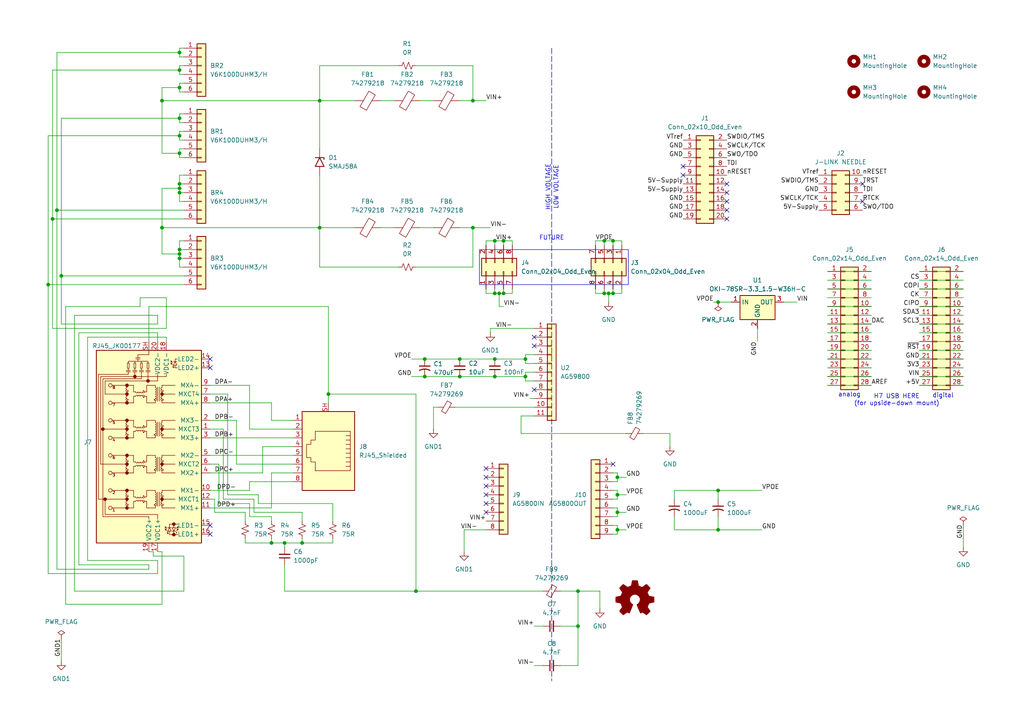
<source format=kicad_sch>
(kicad_sch (version 20250114) (generator "eeschema") (generator_version "9.0")
  (paper "A4")
  (rectangle (start 139.065 72.39) (end 182.245 82.55))
  (text "FUTURE" (at 160.02 69.088 0) (effects (font (size 1.27 1.27))))
  (text "LOW VOLTAGE" (at 161.29 54.356 90) (effects (font (size 1.27 1.27))))
  (text "H7 USB HERE\n(for upside-down mount)" (at 260.096 116.078 0) (effects (font (size 1.27 1.27))))
  (text "digital" (at 273.558 114.808 0) (effects (font (size 1.27 1.27))))
  (text "HIGH VOLTAGE" (at 159.004 54.356 90) (effects (font (size 1.27 1.27))))
  (text "analog" (at 246.38 114.554 0) (effects (font (size 1.27 1.27))))
  (junction (at 52.07 39.37))
  (junction (at 52.07 55.88))
  (junction (at 52.07 15.24))
  (junction (at 52.07 20.32))
  (junction (at 176.53 85.09))
  (junction (at 179.07 148.59))
  (junction (at 152.4 109.22))
  (junction (at 175.26 85.09))
  (junction (at 177.8 85.09))
  (junction (at 52.07 34.29))
  (junction (at 143.51 85.09))
  (junction (at 167.64 181.61))
  (junction (at 152.4 104.14))
  (junction (at 52.07 54.61))
  (junction (at 143.51 109.22))
  (junction (at 123.19 104.14))
  (junction (at 78.74 157.48))
  (junction (at 52.07 74.93))
  (junction (at 95.25 114.3))
  (junction (at 143.51 69.85))
  (junction (at 87.63 157.48))
  (junction (at 120.65 171.45))
  (junction (at 144.78 85.09))
  (junction (at 208.28 142.24))
  (junction (at 167.64 171.45))
  (junction (at 92.71 29.21))
  (junction (at 46.99 29.21))
  (junction (at 133.35 109.22))
  (junction (at 137.16 29.21))
  (junction (at 208.28 153.67))
  (junction (at 13.97 82.55))
  (junction (at 52.07 73.66))
  (junction (at 52.07 25.4))
  (junction (at 179.07 153.67))
  (junction (at 16.51 60.96))
  (junction (at 137.16 66.04))
  (junction (at 123.19 109.22))
  (junction (at 143.51 104.14))
  (junction (at 82.55 157.48))
  (junction (at 46.99 66.04))
  (junction (at 92.71 66.04))
  (junction (at 52.07 72.39))
  (junction (at 179.07 138.43))
  (junction (at 52.07 53.34))
  (junction (at 17.78 80.01))
  (junction (at 175.26 69.85))
  (junction (at 146.05 85.09))
  (junction (at 179.07 143.51))
  (junction (at 133.35 104.14))
  (junction (at 52.07 44.45))
  (junction (at 177.8 69.85))
  (junction (at 208.28 87.63))
  (junction (at 15.24 63.5))
  (junction (at 146.05 69.85))
  (no_connect (at 60.96 104.14))
  (no_connect (at 140.97 148.59))
  (no_connect (at 140.97 140.97))
  (no_connect (at 60.96 106.68))
  (no_connect (at 154.94 113.03))
  (no_connect (at 60.96 152.4))
  (no_connect (at 210.82 55.88))
  (no_connect (at 210.82 53.34))
  (no_connect (at 198.12 50.8))
  (no_connect (at 154.94 100.33))
  (no_connect (at 250.19 58.42))
  (no_connect (at 60.96 154.94))
  (no_connect (at 140.97 143.51))
  (no_connect (at 140.97 135.89))
  (no_connect (at 154.94 97.79))
  (no_connect (at 140.97 146.05))
  (no_connect (at 210.82 58.42))
  (no_connect (at 177.8 134.62))
  (no_connect (at 250.19 53.34))
  (no_connect (at 140.97 138.43))
  (no_connect (at 210.82 63.5))
  (no_connect (at 210.82 60.96))
  (no_connect (at 198.12 48.26))
  (wire (pts (xy 144.78 85.09) (xy 146.05 85.09)))
  (wire (pts (xy 53.34 171.45) (xy 53.34 161.29)))
  (wire (pts (xy 73.66 148.59) (xy 87.63 148.59)))
  (wire (pts (xy 146.05 83.82) (xy 146.05 85.09)))
  (wire (pts (xy 78.74 157.48) (xy 71.12 157.48)))
  (wire (pts (xy 76.2 129.54) (xy 85.09 129.54)))
  (wire (pts (xy 177.8 147.32) (xy 179.07 147.32)))
  (wire (pts (xy 266.7 99.06) (xy 279.4 99.06)))
  (wire (pts (xy 53.34 43.18) (xy 52.07 43.18)))
  (wire (pts (xy 133.35 104.14) (xy 143.51 104.14)))
  (wire (pts (xy 52.07 55.88) (xy 53.34 55.88)))
  (wire (pts (xy 22.86 163.83) (xy 22.86 96.52)))
  (wire (pts (xy 179.07 148.59) (xy 179.07 149.86)))
  (wire (pts (xy 144.78 85.09) (xy 144.78 88.9)))
  (wire (pts (xy 68.58 121.92) (xy 68.58 134.62)))
  (wire (pts (xy 92.71 19.05) (xy 92.71 29.21)))
  (wire (pts (xy 266.7 78.74) (xy 279.4 78.74)))
  (wire (pts (xy 52.07 34.29) (xy 52.07 35.56)))
  (wire (pts (xy 52.07 39.37) (xy 13.97 39.37)))
  (wire (pts (xy 60.96 132.08) (xy 85.09 132.08)))
  (wire (pts (xy 15.24 20.32) (xy 52.07 20.32)))
  (wire (pts (xy 179.07 152.4) (xy 179.07 153.67)))
  (wire (pts (xy 240.03 83.82) (xy 252.73 83.82)))
  (wire (pts (xy 240.03 101.6) (xy 252.73 101.6)))
  (wire (pts (xy 179.07 138.43) (xy 181.61 138.43)))
  (wire (pts (xy 279.4 152.4) (xy 279.4 158.75)))
  (wire (pts (xy 137.16 29.21) (xy 140.97 29.21)))
  (wire (pts (xy 143.51 69.85) (xy 143.51 71.12)))
  (wire (pts (xy 52.07 44.45) (xy 52.07 45.72)))
  (wire (pts (xy 53.34 13.97) (xy 52.07 13.97)))
  (wire (pts (xy 53.34 33.02) (xy 52.07 33.02)))
  (wire (pts (xy 179.07 153.67) (xy 179.07 154.94)))
  (wire (pts (xy 266.7 101.6) (xy 279.4 101.6)))
  (wire (pts (xy 180.34 85.09) (xy 180.34 83.82)))
  (wire (pts (xy 110.49 66.04) (xy 114.3 66.04)))
  (wire (pts (xy 154.94 107.95) (xy 152.4 107.95)))
  (wire (pts (xy 21.59 171.45) (xy 53.34 171.45)))
  (wire (pts (xy 87.63 157.48) (xy 96.52 157.48)))
  (wire (pts (xy 78.74 147.32) (xy 78.74 137.16)))
  (wire (pts (xy 25.4 97.79) (xy 48.26 97.79)))
  (wire (pts (xy 127 118.11) (xy 125.73 118.11)))
  (wire (pts (xy 52.07 38.1) (xy 52.07 39.37)))
  (wire (pts (xy 180.34 69.85) (xy 177.8 69.85)))
  (wire (pts (xy 40.64 86.36) (xy 48.26 86.36)))
  (wire (pts (xy 15.24 63.5) (xy 53.34 63.5)))
  (wire (pts (xy 142.24 95.25) (xy 142.24 96.52)))
  (wire (pts (xy 208.28 144.78) (xy 208.28 142.24)))
  (wire (pts (xy 48.26 97.79) (xy 48.26 99.06)))
  (wire (pts (xy 266.7 83.82) (xy 279.4 83.82)))
  (wire (pts (xy 43.18 165.1) (xy 16.51 165.1)))
  (wire (pts (xy 87.63 156.21) (xy 87.63 157.48)))
  (wire (pts (xy 53.34 50.8) (xy 52.07 50.8)))
  (wire (pts (xy 52.07 55.88) (xy 52.07 58.42)))
  (wire (pts (xy 195.58 149.86) (xy 195.58 153.67)))
  (wire (pts (xy 52.07 50.8) (xy 52.07 53.34)))
  (wire (pts (xy 151.13 120.65) (xy 154.94 120.65)))
  (wire (pts (xy 45.72 93.98) (xy 17.78 93.98)))
  (wire (pts (xy 120.65 77.47) (xy 137.16 77.47)))
  (wire (pts (xy 52.07 20.32) (xy 52.07 21.59)))
  (wire (pts (xy 92.71 50.8) (xy 92.71 66.04)))
  (wire (pts (xy 167.64 181.61) (xy 167.64 171.45)))
  (wire (pts (xy 46.99 44.45) (xy 46.99 29.21)))
  (wire (pts (xy 146.05 85.09) (xy 148.59 85.09)))
  (wire (pts (xy 44.45 160.02) (xy 44.45 161.29)))
  (wire (pts (xy 195.58 153.67) (xy 208.28 153.67)))
  (wire (pts (xy 53.34 38.1) (xy 52.07 38.1)))
  (wire (pts (xy 66.04 114.3) (xy 60.96 114.3)))
  (wire (pts (xy 132.08 118.11) (xy 154.94 118.11)))
  (wire (pts (xy 266.7 109.22) (xy 279.4 109.22)))
  (wire (pts (xy 140.97 83.82) (xy 140.97 85.09)))
  (wire (pts (xy 45.72 93.98) (xy 45.72 91.44)))
  (wire (pts (xy 60.96 121.92) (xy 68.58 121.92)))
  (wire (pts (xy 177.8 85.09) (xy 180.34 85.09)))
  (wire (pts (xy 45.72 91.44) (xy 21.59 91.44)))
  (wire (pts (xy 16.51 60.96) (xy 53.34 60.96)))
  (wire (pts (xy 60.96 124.46) (xy 64.77 124.46)))
  (wire (pts (xy 43.18 165.1) (xy 43.18 163.83)))
  (wire (pts (xy 45.72 96.52) (xy 45.72 99.06)))
  (wire (pts (xy 119.38 109.22) (xy 123.19 109.22)))
  (wire (pts (xy 186.69 125.73) (xy 194.31 125.73)))
  (wire (pts (xy 52.07 40.64) (xy 53.34 40.64)))
  (wire (pts (xy 46.99 25.4) (xy 46.99 29.21)))
  (wire (pts (xy 177.8 69.85) (xy 175.26 69.85)))
  (wire (pts (xy 177.8 152.4) (xy 179.07 152.4)))
  (wire (pts (xy 179.07 143.51) (xy 181.61 143.51)))
  (wire (pts (xy 13.97 39.37) (xy 13.97 82.55)))
  (wire (pts (xy 52.07 19.05) (xy 52.07 20.32)))
  (wire (pts (xy 177.8 139.7) (xy 179.07 139.7)))
  (wire (pts (xy 227.33 87.63) (xy 231.14 87.63)))
  (wire (pts (xy 123.19 109.22) (xy 133.35 109.22)))
  (wire (pts (xy 208.28 87.63) (xy 212.09 87.63)))
  (wire (pts (xy 45.72 166.37) (xy 45.72 162.56)))
  (wire (pts (xy 179.07 153.67) (xy 181.61 153.67)))
  (polyline (pts (xy 160.02 13.97) (xy 160.02 197.485)) (stroke (width 0) (type dash)))
  (wire (pts (xy 16.51 165.1) (xy 16.51 60.96)))
  (wire (pts (xy 140.97 153.67) (xy 134.62 153.67)))
  (wire (pts (xy 63.5 134.62) (xy 60.96 134.62)))
  (wire (pts (xy 240.03 78.74) (xy 252.73 78.74)))
  (wire (pts (xy 13.97 82.55) (xy 53.34 82.55)))
  (wire (pts (xy 266.7 91.44) (xy 279.4 91.44)))
  (wire (pts (xy 143.51 85.09) (xy 144.78 85.09)))
  (wire (pts (xy 180.34 71.12) (xy 180.34 69.85)))
  (wire (pts (xy 179.07 138.43) (xy 179.07 139.7)))
  (wire (pts (xy 143.51 104.14) (xy 152.4 104.14)))
  (wire (pts (xy 52.07 43.18) (xy 52.07 44.45)))
  (wire (pts (xy 152.4 110.49) (xy 154.94 110.49)))
  (wire (pts (xy 175.26 85.09) (xy 175.26 83.82)))
  (wire (pts (xy 177.8 154.94) (xy 179.07 154.94)))
  (wire (pts (xy 208.28 149.86) (xy 208.28 153.67)))
  (wire (pts (xy 17.78 93.98) (xy 17.78 80.01)))
  (wire (pts (xy 240.03 99.06) (xy 252.73 99.06)))
  (wire (pts (xy 43.18 160.02) (xy 44.45 160.02)))
  (wire (pts (xy 148.59 71.12) (xy 148.59 69.85)))
  (wire (pts (xy 240.03 96.52) (xy 252.73 96.52)))
  (wire (pts (xy 52.07 24.13) (xy 52.07 25.4)))
  (wire (pts (xy 52.07 21.59) (xy 53.34 21.59)))
  (wire (pts (xy 78.74 149.86) (xy 72.39 149.86)))
  (wire (pts (xy 266.7 106.68) (xy 279.4 106.68)))
  (wire (pts (xy 52.07 74.93) (xy 52.07 77.47)))
  (wire (pts (xy 177.8 144.78) (xy 179.07 144.78)))
  (wire (pts (xy 146.05 69.85) (xy 143.51 69.85)))
  (wire (pts (xy 72.39 139.7) (xy 72.39 142.24)))
  (wire (pts (xy 46.99 29.21) (xy 92.71 29.21)))
  (wire (pts (xy 73.66 144.78) (xy 73.66 148.59)))
  (wire (pts (xy 46.99 73.66) (xy 46.99 66.04)))
  (wire (pts (xy 121.92 66.04) (xy 125.73 66.04)))
  (wire (pts (xy 63.5 146.05) (xy 63.5 134.62)))
  (wire (pts (xy 120.65 19.05) (xy 137.16 19.05)))
  (wire (pts (xy 176.53 85.09) (xy 176.53 87.63)))
  (wire (pts (xy 162.56 171.45) (xy 167.64 171.45)))
  (wire (pts (xy 140.97 69.85) (xy 140.97 71.12)))
  (wire (pts (xy 72.39 111.76) (xy 60.96 111.76)))
  (wire (pts (xy 52.07 44.45) (xy 46.99 44.45)))
  (wire (pts (xy 152.4 109.22) (xy 152.4 110.49)))
  (wire (pts (xy 46.99 54.61) (xy 52.07 54.61)))
  (wire (pts (xy 240.03 88.9) (xy 252.73 88.9)))
  (wire (pts (xy 137.16 66.04) (xy 142.24 66.04)))
  (wire (pts (xy 179.07 137.16) (xy 179.07 138.43)))
  (wire (pts (xy 240.03 111.76) (xy 252.73 111.76)))
  (wire (pts (xy 115.57 77.47) (xy 92.71 77.47)))
  (wire (pts (xy 133.35 109.22) (xy 143.51 109.22)))
  (wire (pts (xy 82.55 157.48) (xy 87.63 157.48)))
  (wire (pts (xy 62.23 148.59) (xy 62.23 144.78)))
  (wire (pts (xy 22.86 96.52) (xy 45.72 96.52)))
  (wire (pts (xy 266.7 88.9) (xy 279.4 88.9)))
  (wire (pts (xy 137.16 19.05) (xy 137.16 29.21)))
  (wire (pts (xy 137.16 77.47) (xy 137.16 66.04)))
  (wire (pts (xy 152.4 105.41) (xy 154.94 105.41)))
  (wire (pts (xy 179.07 148.59) (xy 181.61 148.59)))
  (wire (pts (xy 96.52 146.05) (xy 74.93 146.05)))
  (wire (pts (xy 52.07 72.39) (xy 53.34 72.39)))
  (wire (pts (xy 21.59 91.44) (xy 21.59 171.45)))
  (wire (pts (xy 52.07 45.72) (xy 53.34 45.72)))
  (wire (pts (xy 120.65 171.45) (xy 120.65 114.3)))
  (wire (pts (xy 52.07 33.02) (xy 52.07 34.29)))
  (wire (pts (xy 133.35 66.04) (xy 137.16 66.04)))
  (wire (pts (xy 120.65 114.3) (xy 95.25 114.3)))
  (wire (pts (xy 162.56 181.61) (xy 167.64 181.61)))
  (wire (pts (xy 25.4 162.56) (xy 25.4 97.79)))
  (wire (pts (xy 52.07 13.97) (xy 52.07 15.24)))
  (wire (pts (xy 19.05 175.26) (xy 19.05 88.9)))
  (wire (pts (xy 179.07 142.24) (xy 179.07 143.51)))
  (wire (pts (xy 177.8 149.86) (xy 179.07 149.86)))
  (wire (pts (xy 16.51 15.24) (xy 52.07 15.24)))
  (wire (pts (xy 177.8 85.09) (xy 177.8 83.82)))
  (wire (pts (xy 177.8 137.16) (xy 179.07 137.16)))
  (wire (pts (xy 52.07 74.93) (xy 53.34 74.93)))
  (wire (pts (xy 40.64 88.9) (xy 40.64 86.36)))
  (wire (pts (xy 53.34 19.05) (xy 52.07 19.05)))
  (wire (pts (xy 15.24 95.25) (xy 15.24 63.5)))
  (wire (pts (xy 46.99 73.66) (xy 52.07 73.66)))
  (wire (pts (xy 60.96 137.16) (xy 76.2 137.16)))
  (wire (pts (xy 17.78 80.01) (xy 53.34 80.01)))
  (wire (pts (xy 142.24 95.25) (xy 154.94 95.25)))
  (wire (pts (xy 44.45 161.29) (xy 53.34 161.29)))
  (wire (pts (xy 143.51 69.85) (xy 140.97 69.85)))
  (wire (pts (xy 92.71 29.21) (xy 102.87 29.21)))
  (wire (pts (xy 52.07 58.42) (xy 53.34 58.42)))
  (wire (pts (xy 208.28 153.67) (xy 220.98 153.67)))
  (wire (pts (xy 52.07 53.34) (xy 53.34 53.34)))
  (wire (pts (xy 195.58 142.24) (xy 195.58 144.78)))
  (wire (pts (xy 240.03 81.28) (xy 252.73 81.28)))
  (wire (pts (xy 144.78 88.9) (xy 146.05 88.9)))
  (wire (pts (xy 154.94 193.04) (xy 157.48 193.04)))
  (wire (pts (xy 82.55 171.45) (xy 82.55 163.83)))
  (wire (pts (xy 17.78 80.01) (xy 17.78 34.29)))
  (wire (pts (xy 46.99 175.26) (xy 46.99 160.02)))
  (wire (pts (xy 62.23 144.78) (xy 60.96 144.78)))
  (wire (pts (xy 52.07 25.4) (xy 46.99 25.4)))
  (wire (pts (xy 52.07 35.56) (xy 53.34 35.56)))
  (wire (pts (xy 74.93 146.05) (xy 74.93 143.51)))
  (wire (pts (xy 53.34 24.13) (xy 52.07 24.13)))
  (wire (pts (xy 53.34 69.85) (xy 52.07 69.85)))
  (wire (pts (xy 175.26 69.85) (xy 172.72 69.85)))
  (wire (pts (xy 16.51 60.96) (xy 16.51 15.24)))
  (wire (pts (xy 140.97 85.09) (xy 143.51 85.09)))
  (wire (pts (xy 13.97 82.55) (xy 13.97 166.37)))
  (wire (pts (xy 266.7 81.28) (xy 279.4 81.28)))
  (wire (pts (xy 60.96 147.32) (xy 78.74 147.32)))
  (wire (pts (xy 240.03 109.22) (xy 252.73 109.22)))
  (wire (pts (xy 52.07 77.47) (xy 53.34 77.47)))
  (wire (pts (xy 162.56 193.04) (xy 167.64 193.04)))
  (wire (pts (xy 85.09 124.46) (xy 72.39 124.46)))
  (wire (pts (xy 15.24 63.5) (xy 15.24 20.32)))
  (wire (pts (xy 95.25 88.9) (xy 95.25 114.3)))
  (wire (pts (xy 78.74 151.13) (xy 78.74 149.86)))
  (wire (pts (xy 46.99 160.02) (xy 45.72 160.02)))
  (wire (pts (xy 52.07 39.37) (xy 52.07 40.64)))
  (wire (pts (xy 240.03 93.98) (xy 252.73 93.98)))
  (wire (pts (xy 52.07 54.61) (xy 52.07 55.88)))
  (wire (pts (xy 195.58 142.24) (xy 208.28 142.24)))
  (wire (pts (xy 177.8 69.85) (xy 177.8 71.12)))
  (wire (pts (xy 219.71 95.25) (xy 219.71 99.06)))
  (wire (pts (xy 43.18 88.9) (xy 95.25 88.9)))
  (wire (pts (xy 96.52 151.13) (xy 96.52 146.05)))
  (wire (pts (xy 123.19 104.14) (xy 133.35 104.14)))
  (wire (pts (xy 60.96 142.24) (xy 72.39 142.24)))
  (wire (pts (xy 207.01 87.63) (xy 208.28 87.63)))
  (wire (pts (xy 154.94 102.87) (xy 152.4 102.87)))
  (wire (pts (xy 96.52 157.48) (xy 96.52 156.21)))
  (wire (pts (xy 19.05 88.9) (xy 40.64 88.9)))
  (wire (pts (xy 87.63 148.59) (xy 87.63 151.13)))
  (wire (pts (xy 175.26 69.85) (xy 175.26 71.12)))
  (wire (pts (xy 52.07 69.85) (xy 52.07 72.39)))
  (wire (pts (xy 240.03 91.44) (xy 252.73 91.44)))
  (wire (pts (xy 148.59 69.85) (xy 146.05 69.85)))
  (wire (pts (xy 48.26 86.36) (xy 48.26 95.25)))
  (wire (pts (xy 66.04 143.51) (xy 66.04 114.3)))
  (wire (pts (xy 134.62 153.67) (xy 134.62 160.02)))
  (wire (pts (xy 92.71 29.21) (xy 92.71 43.18)))
  (wire (pts (xy 172.72 83.82) (xy 172.72 85.09)))
  (wire (pts (xy 82.55 158.75) (xy 82.55 157.48)))
  (wire (pts (xy 46.99 54.61) (xy 46.99 66.04)))
  (wire (pts (xy 176.53 85.09) (xy 177.8 85.09)))
  (wire (pts (xy 240.03 104.14) (xy 252.73 104.14)))
  (wire (pts (xy 74.93 143.51) (xy 66.04 143.51)))
  (wire (pts (xy 154.94 181.61) (xy 157.48 181.61)))
  (wire (pts (xy 78.74 121.92) (xy 85.09 121.92)))
  (wire (pts (xy 133.35 29.21) (xy 137.16 29.21)))
  (wire (pts (xy 78.74 157.48) (xy 78.74 156.21)))
  (wire (pts (xy 143.51 109.22) (xy 152.4 109.22)))
  (wire (pts (xy 208.28 142.24) (xy 220.98 142.24)))
  (wire (pts (xy 115.57 19.05) (xy 92.71 19.05)))
  (wire (pts (xy 45.72 166.37) (xy 13.97 166.37)))
  (wire (pts (xy 143.51 83.82) (xy 143.51 85.09)))
  (wire (pts (xy 179.07 143.51) (xy 179.07 144.78)))
  (wire (pts (xy 172.72 69.85) (xy 172.72 71.12)))
  (wire (pts (xy 82.55 157.48) (xy 78.74 157.48)))
  (wire (pts (xy 152.4 104.14) (xy 152.4 105.41)))
  (wire (pts (xy 45.72 162.56) (xy 25.4 162.56)))
  (wire (pts (xy 194.31 125.73) (xy 194.31 129.54)))
  (wire (pts (xy 266.7 96.52) (xy 279.4 96.52)))
  (wire (pts (xy 72.39 124.46) (xy 72.39 111.76)))
  (wire (pts (xy 181.61 125.73) (xy 151.13 125.73)))
  (wire (pts (xy 95.25 114.3) (xy 95.25 116.84)))
  (wire (pts (xy 266.7 86.36) (xy 279.4 86.36)))
  (wire (pts (xy 71.12 157.48) (xy 71.12 156.21)))
  (wire (pts (xy 125.73 118.11) (xy 125.73 124.46)))
  (wire (pts (xy 152.4 102.87) (xy 152.4 104.14)))
  (wire (pts (xy 152.4 107.95) (xy 152.4 109.22)))
  (wire (pts (xy 52.07 26.67) (xy 53.34 26.67)))
  (wire (pts (xy 43.18 99.06) (xy 43.18 88.9)))
  (wire (pts (xy 60.96 116.84) (xy 78.74 116.84)))
  (wire (pts (xy 46.99 66.04) (xy 92.71 66.04)))
  (wire (pts (xy 110.49 29.21) (xy 114.3 29.21)))
  (wire (pts (xy 240.03 106.68) (xy 252.73 106.68)))
  (wire (pts (xy 60.96 127) (xy 85.09 127)))
  (wire (pts (xy 120.65 171.45) (xy 82.55 171.45)))
  (wire (pts (xy 179.07 147.32) (xy 179.07 148.59)))
  (wire (pts (xy 71.12 151.13) (xy 71.12 148.59)))
  (wire (pts (xy 72.39 149.86) (xy 72.39 146.05)))
  (wire (pts (xy 52.07 72.39) (xy 52.07 73.66)))
  (wire (pts (xy 167.64 171.45) (xy 173.99 171.45)))
  (wire (pts (xy 64.77 124.46) (xy 64.77 144.78)))
  (wire (pts (xy 78.74 116.84) (xy 78.74 121.92)))
  (wire (pts (xy 78.74 137.16) (xy 85.09 137.16)))
  (wire (pts (xy 266.7 111.76) (xy 279.4 111.76)))
  (wire (pts (xy 72.39 146.05) (xy 63.5 146.05)))
  (wire (pts (xy 17.78 34.29) (xy 52.07 34.29)))
  (wire (pts (xy 52.07 53.34) (xy 52.07 54.61)))
  (wire (pts (xy 71.12 148.59) (xy 62.23 148.59)))
  (wire (pts (xy 52.07 73.66) (xy 52.07 74.93)))
  (wire (pts (xy 68.58 134.62) (xy 85.09 134.62)))
  (wire (pts (xy 175.26 85.09) (xy 176.53 85.09)))
  (wire (pts (xy 85.09 139.7) (xy 72.39 139.7)))
  (wire (pts (xy 17.78 185.42) (xy 17.78 191.77)))
  (wire (pts (xy 19.05 175.26) (xy 46.99 175.26)))
  (wire (pts (xy 177.8 142.24) (xy 179.07 142.24)))
  (wire (pts (xy 92.71 66.04) (xy 102.87 66.04)))
  (wire (pts (xy 151.13 125.73) (xy 151.13 120.65)))
  (wire (pts (xy 119.38 104.14) (xy 123.19 104.14)))
  (wire (pts (xy 146.05 69.85) (xy 146.05 71.12)))
  (wire (pts (xy 266.7 93.98) (xy 279.4 93.98)))
  (wire (pts (xy 167.64 193.04) (xy 167.64 181.61)))
  (wire (pts (xy 157.48 171.45) (xy 120.65 171.45)))
  (wire (pts (xy 266.7 104.14) (xy 279.4 104.14)))
  (wire (pts (xy 240.03 86.36) (xy 252.73 86.36)))
  (wire (pts (xy 92.71 77.47) (xy 92.71 66.04)))
  (wire (pts (xy 121.92 29.21) (xy 125.73 29.21)))
  (wire (pts (xy 173.99 176.53) (xy 173.99 171.45)))
  (wire (pts (xy 64.77 144.78) (xy 73.66 144.78)))
  (wire (pts (xy 48.26 95.25) (xy 15.24 95.25)))
  (wire (pts (xy 52.07 15.24) (xy 52.07 16.51)))
  (wire (pts (xy 52.07 25.4) (xy 52.07 26.67)))
  (wire (pts (xy 148.59 83.82) (xy 148.59 85.09)))
  (wire (pts (xy 43.18 163.83) (xy 22.86 163.83)))
  (wire (pts (xy 76.2 137.16) (xy 76.2 129.54)))
  (wire (pts (xy 154.94 115.57) (xy 153.67 115.57)))
  (wire (pts (xy 52.07 16.51) (xy 53.34 16.51)))
  (wire (pts (xy 172.72 85.09) (xy 175.26 85.09)))
  (label "VIN+" (at 140.97 29.21 0))
  (label "VIN-" (at 138.43 153.67 180))
  (label "VTref" (at 237.49 50.8 180))
  (label "TDI" (at 210.82 48.26 0))
  (label "VIN+" (at 153.67 115.57 180))
  (label "SWDIO{slash}TMS" (at 237.49 53.34 180))
  (label "GND" (at 219.71 99.06 270))
  (label "DPB+" (at 62.23 127 0))
  (label "VPOE" (at 172.72 69.85 0))
  (label "GND" (at 181.61 148.59 0))
  (label "3V3" (at 266.7 106.68 180))
  (label "CS" (at 266.7 81.28 180))
  (label "SWCLK{slash}TCK" (at 210.82 43.18 0))
  (label "TRST" (at 250.19 53.34 0))
  (label "SWO{slash}TDO" (at 250.19 60.96 0))
  (label "GND1" (at 17.78 190.5 90))
  (label "AREF" (at 252.73 111.76 0))
  (label "SCL3" (at 266.7 93.98 180))
  (label "DAC" (at 252.73 93.98 0))
  (label "VIN" (at 266.7 109.22 180))
  (label "VTref" (at 198.12 40.64 180))
  (label "5V-Supply" (at 198.12 53.34 180))
  (label "nRESET" (at 250.19 50.8 0))
  (label "VPOE" (at 181.61 153.67 0))
  (label "CIPO" (at 266.7 88.9 180))
  (label "VIN+" (at 148.59 69.85 180))
  (label "GND" (at 279.4 156.21 90))
  (label "GND" (at 198.12 43.18 180))
  (label "GND" (at 198.12 45.72 180))
  (label "+5V" (at 266.7 111.76 180))
  (label "GND" (at 198.12 60.96 180))
  (label "GND" (at 181.61 138.43 0))
  (label "DPA+" (at 62.23 116.84 0))
  (label "GND" (at 198.12 63.5 180))
  (label "VIN+" (at 140.97 151.13 180))
  (label "VIN-" (at 146.05 88.9 0))
  (label "TDI" (at 250.19 55.88 0))
  (label "DPD-" (at 62.865 142.24 0))
  (label "GND" (at 119.38 109.22 180))
  (label "nRESET" (at 210.82 50.8 0))
  (label "DPA-" (at 62.23 111.76 0))
  (label "DPD+" (at 62.865 147.32 0))
  (label "GND" (at 266.7 104.14 180))
  (label "VIN" (at 231.14 87.63 0))
  (label "5V-Supply" (at 198.12 55.88 180))
  (label "DPC+" (at 62.23 137.16 0))
  (label "GND" (at 220.98 153.67 0))
  (label "VPOE" (at 119.38 104.14 180))
  (label "SWCLK{slash}TCK" (at 237.49 58.42 180))
  (label "GND" (at 237.49 55.88 180))
  (label "VPOE" (at 220.98 142.24 0))
  (label "VIN+" (at 154.94 181.61 180))
  (label "VPOE" (at 181.61 143.51 0))
  (label "VPOE" (at 207.01 87.63 180))
  (label "GND" (at 198.12 58.42 180))
  (label "VIN-" (at 154.94 193.04 180))
  (label "VIN-" (at 142.24 66.04 0))
  (label "VIN-" (at 148.59 95.25 180))
  (label "SWO{slash}TDO" (at 210.82 45.72 0))
  (label "CK" (at 266.7 86.36 180))
  (label "5V-Supply" (at 237.49 60.96 180))
  (label "SWDIO{slash}TMS" (at 210.82 40.64 0))
  (label "DPB-" (at 62.23 121.92 0))
  (label "DPC-" (at 62.23 132.08 0))
  (label "~{RST}" (at 266.7 101.6 180))
  (label "RTCK" (at 250.19 58.42 0))
  (label "SDA3" (at 266.7 91.44 180))
  (label "COPI" (at 266.7 83.82 180))
  (symbol (lib_id "power:GND") (at 194.31 129.54 0) (unit 1)
    (property "Reference" "#PWR04" (effects (hide yes)))
    (property "Value" "GND" (at 194.31 134.62 0))
    (property "Description" "Power symbol creates a global label with name \"GND\" , ground" (effects (hide yes)))
  )
  (symbol (lib_id "Device:FerriteBead") (at 106.68 29.21 90) (unit 1)
    (property "Reference" "FB1" (at 106.6292 21.59 90))
    (property "Value" "74279218" (at 106.6292 24.13 90))
    (property "Footprint" "Inductor_SMD:L_1206_3216Metric_Pad1.22x1.90mm_HandSolder" (effects (hide yes)))
    (property "Description" "Ferrite bead" (effects (hide yes)))
  )
  (symbol (lib_id "Mechanical:MountingHole") (at 267.97 17.78 0) (unit 1) (in_bom no)
    (property "Reference" "MH2" (at 270.51 16.5099 0) (effects (justify left)))
    (property "Value" "MountingHole" (at 270.51 19.0499 0) (effects (justify left)))
    (property "Footprint" "MountingHole:MountingHole_2.7mm_M2.5_ISO14580" (effects (hide yes)))
    (property "Description" "Mounting Hole without connection" (effects (hide yes)))
  )
  (symbol (lib_id "Connector_Generic:Conn_01x06") (at 58.42 38.1 0) (unit 1)
    (property "Reference" "BR1" (at 60.96 38.0999 0) (effects (justify left)))
    (property "Value" "V6K100DUHM3/H" (at 60.96 40.6399 0) (effects (justify left)))
    (property "Footprint" "Package_SO:PowerPAK_SO-8_Dual" (effects (hide yes)))
    (property "Description" "Generic connector, single row, 01x06, script generated (kicad-library-utils/schlib/autogen/connector/)" (effects (hide yes)))
  )
  (symbol (lib_id "Device:C_Small") (at 133.35 106.68 180) (unit 1)
    (property "Reference" "C2" (at 135.89 105.4035 0) (effects (justify right)))
    (property "Value" "10uF" (at 135.89 107.9435 0) (effects (justify right)))
    (property "Footprint" "Capacitor_SMD:C_1206_3216Metric_Pad1.33x1.80mm_HandSolder" (effects (hide yes)))
    (property "Description" "Unpolarized capacitor, small symbol" (effects (hide yes)))
  )
  (symbol (lib_id "Connector_Generic:Conn_01x06") (at 58.42 55.88 0) (unit 1)
    (property "Reference" "BR4" (at 60.96 55.8799 0) (effects (justify left)))
    (property "Value" "V6K100DUHM3/H" (at 60.96 58.4199 0) (effects (justify left)))
    (property "Footprint" "Package_SO:PowerPAK_SO-8_Dual" (effects (hide yes)))
    (property "Description" "Generic connector, single row, 01x06, script generated (kicad-library-utils/schlib/autogen/connector/)" (effects (hide yes)))
  )
  (symbol (lib_id "Mechanical:MountingHole") (at 267.97 26.67 0) (unit 1) (in_bom no)
    (property "Reference" "MH4" (at 270.51 25.3999 0) (effects (justify left)))
    (property "Value" "MountingHole" (at 270.51 27.9399 0) (effects (justify left)))
    (property "Footprint" "MountingHole:MountingHole_2.7mm_M2.5_ISO14580" (effects (hide yes)))
    (property "Description" "Mounting Hole without connection" (effects (hide yes)))
  )
  (symbol (lib_id "power:PWR_FLAG") (at 279.4 152.4 0) (unit 1)
    (property "Reference" "#FLG02" (effects (hide yes)))
    (property "Value" "PWR_FLAG" (at 279.4 147.32 0))
    (property "Description" "Special symbol for telling ERC where power comes from" (effects (hide yes)))
  )
  (symbol (lib_id "Connector_Generic:Conn_02x14_Odd_Even") (at 271.78 93.98 0) (unit 1)
    (property "Reference" "J6" (at 273.05 72.39 0))
    (property "Value" "Conn_02x14_Odd_Even" (at 273.05 74.93 0))
    (property "Footprint" "Connector_PinSocket_2.54mm:PinSocket_2x14_P2.54mm_Vertical" (effects (hide yes)))
    (property "Description" "Generic connector, double row, 02x14, odd/even pin numbering scheme (row 1 odd numbers, row 2 even numbers), script generated (kicad-library-utils/schlib/autogen/connector/)" (effects (hide yes)))
  )
  (symbol (lib_id "power:GND") (at 173.99 176.53 0) (unit 1)
    (property "Reference" "#PWR07" (effects (hide yes)))
    (property "Value" "GND" (at 173.99 181.61 0))
    (property "Description" "Power symbol creates a global label with name \"GND\" , ground" (effects (hide yes)))
  )
  (symbol (lib_id "power:PWR_FLAG") (at 208.28 87.63 180) (unit 1)
    (property "Reference" "#FLG01" (effects (hide yes)))
    (property "Value" "PWR_FLAG" (at 208.28 92.71 0))
    (property "Description" "Special symbol for telling ERC where power comes from" (effects (hide yes)))
  )
  (symbol (lib_id "power:GND1") (at 17.78 191.77 0) (unit 1)
    (property "Reference" "#PWR08" (effects (hide yes)))
    (property "Value" "GND1" (at 17.78 196.85 0))
    (property "Description" "Power symbol creates a global label with name \"GND1\" , ground" (effects (hide yes)))
  )
  (symbol (lib_id "Connector_Generic:Conn_01x06") (at 58.42 19.05 0) (unit 1)
    (property "Reference" "BR2" (at 60.96 19.0499 0) (effects (justify left)))
    (property "Value" "V6K100DUHM3/H" (at 60.96 21.5899 0) (effects (justify left)))
    (property "Footprint" "Package_SO:PowerPAK_SO-8_Dual" (effects (hide yes)))
    (property "Description" "Generic connector, single row, 01x06, script generated (kicad-library-utils/schlib/autogen/connector/)" (effects (hide yes)))
  )
  (symbol (lib_id "Graphic:Logo_Open_Hardware_Small") (at 184.15 173.99 0) (unit 1) (in_bom no)
    (property "Reference" "SYM1" (effects (hide yes)))
    (property "Value" "Logo_Open_Hardware_Small" (effects (hide yes)))
    (property "Footprint" "custom:site_small" (effects (hide yes)))
    (property "Description" "Open Hardware logo, small" (effects (hide yes)))
    (property "Sim.Enable" "0" (effects (hide yes)))
  )
  (symbol (lib_id "Converter_DCDC:OKI-78SR-3.3_1.5-W36H-C") (at 219.71 87.63 0) (unit 1)
    (property "Reference" "U1" (at 219.71 81.28 0))
    (property "Value" "OKI-78SR-3.3_1.5-W36H-C" (at 219.71 83.82 0))
    (property "Footprint" "Converter_DCDC:Converter_DCDC_Murata_OKI-78SR_Horizontal" (effects (hide yes)))
    (property "Datasheet" "https://power.murata.com/data/power/oki-78sr.pdf" (effects (hide yes)))
    (property "Description" "1.5A Step-Down DC/DC-Regulator, 7-36V input, 3.3V fixed Output Voltage, LM78xx replacement, -40°C to +85°C, OKI-78SR_Horizontal" (effects (hide yes)))
  )
  (symbol (lib_id "Connector_Generic:Conn_02x05_Counter_Clockwise") (at 242.57 55.88 0) (unit 1)
    (property "Reference" "J2" (at 243.84 44.45 0))
    (property "Value" "J-LINK NEEDLE" (at 243.84 46.99 0))
    (property "Footprint" "Connector:Tag-Connect_TC2050-IDC-FP_2x05_P1.27mm_Vertical" (effects (hide yes)))
    (property "Description" "Generic connector, double row, 02x05, counter clockwise pin numbering scheme (similar to DIP package numbering), script generated (kicad-library-utils/schlib/autogen/connector/)" (effects (hide yes)))
  )
  (symbol (lib_id "Device:FerriteBead") (at 129.54 29.21 90) (unit 1)
    (property "Reference" "FB3" (at 129.4892 21.59 90))
    (property "Value" "74279218" (at 129.4892 24.13 90))
    (property "Footprint" "Inductor_SMD:L_1206_3216Metric_Pad1.22x1.90mm_HandSolder" (effects (hide yes)))
    (property "Description" "Ferrite bead" (effects (hide yes)))
  )
  (symbol (lib_id "Device:C_Small_US") (at 195.58 147.32 0) (mirror y) (unit 1)
    (property "Reference" "C4" (at 198.12 146.1769 0) (effects (justify right)))
    (property "Value" "1000uF" (at 198.12 148.7169 0) (effects (justify right)))
    (property "Footprint" "Capacitor_THT:CP_Radial_D10.0mm_P5.00mm" (effects (hide yes)))
    (property "Description" "capacitor, small US symbol" (effects (hide yes)))
  )
  (symbol (lib_id "Connector_Generic:Conn_01x08") (at 146.05 143.51 0) (unit 1)
    (property "Reference" "J9" (at 148.59 143.5099 0) (effects (justify left)))
    (property "Value" "AG5800IN" (at 148.59 146.0499 0) (effects (justify left)))
    (property "Footprint" "Connector_PinSocket_2.54mm:PinSocket_1x08_P2.54mm_Vertical" (effects (hide yes)))
    (property "Description" "Generic connector, single row, 01x08, script generated (kicad-library-utils/schlib/autogen/connector/)" (effects (hide yes)))
  )
  (symbol (lib_id "Device:C_Small") (at 143.51 106.68 180) (unit 1)
    (property "Reference" "C3" (at 146.05 105.4035 0) (effects (justify right)))
    (property "Value" "100nF" (at 146.05 107.9435 0) (effects (justify right)))
    (property "Footprint" "Capacitor_SMD:C_1206_3216Metric_Pad1.33x1.80mm_HandSolder" (effects (hide yes)))
    (property "Description" "Unpolarized capacitor, small symbol" (effects (hide yes)))
  )
  (symbol (lib_id "power:GND1") (at 134.62 160.02 0) (unit 1)
    (property "Reference" "#PWR06" (effects (hide yes)))
    (property "Value" "GND1" (at 134.62 165.1 0))
    (property "Description" "Power symbol creates a global label with name \"GND1\" , ground" (effects (hide yes)))
  )
  (symbol (lib_id "Device:C_Small_US") (at 123.19 106.68 0) (mirror y) (unit 1)
    (property "Reference" "C1" (at 125.73 105.5369 0) (effects (justify right)))
    (property "Value" "470uF" (at 125.73 108.0769 0) (effects (justify right)))
    (property "Footprint" "Capacitor_THT:CP_Radial_D10.0mm_P5.00mm" (effects (hide yes)))
    (property "Description" "capacitor, small US symbol" (effects (hide yes)))
  )
  (symbol (lib_id "Device:R_Small_US") (at 71.12 153.67 0) (unit 1)
    (property "Reference" "R3" (at 73.66 152.3999 0) (effects (justify left)))
    (property "Value" "75R" (at 73.66 154.9399 0) (effects (justify left)))
    (property "Footprint" "Resistor_SMD:R_1206_3216Metric_Pad1.30x1.75mm_HandSolder" (effects (hide yes)))
    (property "Description" "Resistor, small US symbol" (effects (hide yes)))
  )
  (symbol (lib_id "Device:C_Small") (at 160.02 193.04 90) (unit 1)
    (property "Reference" "C8" (at 160.0263 186.69 90))
    (property "Value" "4.7nF" (at 160.0263 189.23 90))
    (property "Footprint" "Capacitor_SMD:C_1206_3216Metric_Pad1.33x1.80mm_HandSolder" (effects (hide yes)))
    (property "Description" "Unpolarized capacitor, small symbol" (effects (hide yes)))
  )
  (symbol (lib_id "Diode:SMAJ58A") (at 92.71 46.99 270) (unit 1)
    (property "Reference" "D1" (at 95.25 45.7199 90) (effects (justify left)))
    (property "Value" "SMAJ58A" (at 95.25 48.2599 90) (effects (justify left)))
    (property "Footprint" "Diode_SMD:D_SMA" (effects (hide yes)))
    (property "Datasheet" "https://www.littelfuse.com/media?resourcetype=datasheets&itemid=75e32973-b177-4ee3-a0ff-cedaf1abdb93&filename=smaj-datasheet" (effects (hide yes)))
    (property "Description" "400W unidirectional Transient Voltage Suppressor, 58.0Vr, SMA(DO-214AC)" (effects (hide yes)))
  )
  (symbol (lib_id "Device:C_Small_US") (at 208.28 147.32 0) (mirror y) (unit 1)
    (property "Reference" "C5" (at 210.82 146.1769 0) (effects (justify right)))
    (property "Value" "1000uF" (at 210.82 148.7169 0) (effects (justify right)))
    (property "Footprint" "Capacitor_THT:CP_Radial_D10.0mm_P5.00mm" (effects (hide yes)))
    (property "Description" "capacitor, small US symbol" (effects (hide yes)))
  )
  (symbol (lib_id "power:GND") (at 279.4 158.75 0) (unit 1)
    (property "Reference" "#PWR05" (effects (hide yes)))
    (property "Value" "GND" (at 279.4 163.83 0))
    (property "Description" "Power symbol creates a global label with name \"GND\" , ground" (effects (hide yes)))
  )
  (symbol (lib_id "Device:FerriteBead") (at 129.54 66.04 90) (unit 1)
    (property "Reference" "FB6" (at 129.4892 58.42 90))
    (property "Value" "74279218" (at 129.4892 60.96 90))
    (property "Footprint" "Inductor_SMD:L_1206_3216Metric_Pad1.22x1.90mm_HandSolder" (effects (hide yes)))
    (property "Description" "Ferrite bead" (effects (hide yes)))
  )
  (symbol (lib_id "power:GND") (at 176.53 87.63 0) (unit 1)
    (property "Reference" "#PWR01" (effects (hide yes)))
    (property "Value" "GND" (at 176.53 92.71 0))
    (property "Description" "Power symbol creates a global label with name \"GND\" , ground" (effects (hide yes)))
  )
  (symbol (lib_id "Mechanical:MountingHole") (at 247.65 26.67 0) (unit 1) (in_bom no)
    (property "Reference" "MH3" (at 250.19 25.3999 0) (effects (justify left)))
    (property "Value" "MountingHole" (at 250.19 27.9399 0) (effects (justify left)))
    (property "Footprint" "MountingHole:MountingHole_2.7mm_M2.5_ISO14580" (effects (hide yes)))
    (property "Description" "Mounting Hole without connection" (effects (hide yes)))
  )
  (symbol (lib_id "Connector_Generic:Conn_02x14_Odd_Even") (at 245.11 93.98 0) (unit 1)
    (property "Reference" "J5" (at 246.38 72.39 0))
    (property "Value" "Conn_02x14_Odd_Even" (at 246.38 74.93 0))
    (property "Footprint" "Connector_PinSocket_2.54mm:PinSocket_2x14_P2.54mm_Vertical" (effects (hide yes)))
    (property "Description" "Generic connector, double row, 02x14, odd/even pin numbering scheme (row 1 odd numbers, row 2 even numbers), script generated (kicad-library-utils/schlib/autogen/connector/)" (effects (hide yes)))
  )
  (symbol (lib_id "Device:R_Small_US") (at 78.74 153.67 0) (unit 1)
    (property "Reference" "R4" (at 81.28 152.3999 0) (effects (justify left)))
    (property "Value" "75R" (at 81.28 154.9399 0) (effects (justify left)))
    (property "Footprint" "Resistor_SMD:R_1206_3216Metric_Pad1.30x1.75mm_HandSolder" (effects (hide yes)))
    (property "Description" "Resistor, small US symbol" (effects (hide yes)))
  )
  (symbol (lib_id "Connector_Generic:Conn_02x10_Odd_Even") (at 203.2 50.8 0) (unit 1)
    (property "Reference" "J1" (at 204.47 34.29 0))
    (property "Value" "Conn_02x10_Odd_Even" (at 204.47 36.83 0))
    (property "Footprint" "Connector_PinHeader_1.27mm:PinHeader_2x10_P1.27mm_Vertical_SMD" (effects (hide yes)))
    (property "Description" "Generic connector, double row, 02x10, odd/even pin numbering scheme (row 1 odd numbers, row 2 even numbers), script generated (kicad-library-utils/schlib/autogen/connector/)" (effects (hide yes)))
  )
  (symbol (lib_id "Device:FerriteBead") (at 106.68 66.04 90) (unit 1)
    (property "Reference" "FB4" (at 106.6292 58.42 90))
    (property "Value" "74279218" (at 106.6292 60.96 90))
    (property "Footprint" "Inductor_SMD:L_1206_3216Metric_Pad1.22x1.90mm_HandSolder" (effects (hide yes)))
    (property "Description" "Ferrite bead" (effects (hide yes)))
  )
  (symbol (lib_id "Device:R_Small_US") (at 118.11 77.47 90) (unit 1)
    (property "Reference" "R2" (at 118.11 71.12 90))
    (property "Value" "0R" (at 118.11 73.66 90))
    (property "Footprint" "Resistor_SMD:R_1206_3216Metric_Pad1.30x1.75mm_HandSolder" (effects (hide yes)))
    (property "Description" "Resistor, small US symbol" (effects (hide yes)))
  )
  (symbol (lib_id "Device:R_Small_US") (at 96.52 153.67 0) (unit 1)
    (property "Reference" "R6" (at 99.06 152.3999 0) (effects (justify left)))
    (property "Value" "75R" (at 99.06 154.9399 0) (effects (justify left)))
    (property "Footprint" "Resistor_SMD:R_1206_3216Metric_Pad1.30x1.75mm_HandSolder" (effects (hide yes)))
    (property "Description" "Resistor, small US symbol" (effects (hide yes)))
  )
  (symbol (lib_id "Device:C_Small") (at 82.55 161.29 180) (unit 1)
    (property "Reference" "C6" (at 85.09 160.0135 0) (effects (justify right)))
    (property "Value" "1000pF" (at 85.09 162.5535 0) (effects (justify right)))
    (property "Footprint" "Capacitor_SMD:C_1206_3216Metric_Pad1.33x1.80mm_HandSolder" (effects (hide yes)))
    (property "Description" "Unpolarized capacitor, small symbol" (effects (hide yes)))
  )
  (symbol (lib_id "power:PWR_FLAG") (at 17.78 185.42 0) (unit 1)
    (property "Reference" "#FLG03" (effects (hide yes)))
    (property "Value" "PWR_FLAG" (at 17.78 180.34 0))
    (property "Description" "Special symbol for telling ERC where power comes from" (effects (hide yes)))
  )
  (symbol (lib_id "Device:FerriteBead_Small") (at 184.15 125.73 90) (unit 1)
    (property "Reference" "FB8" (at 182.8418 123.19 0) (effects (justify left)))
    (property "Value" "74279269" (at 185.3818 123.19 0) (effects (justify left)))
    (property "Footprint" "Inductor_SMD:L_0603_1608Metric_Pad1.05x0.95mm_HandSolder" (effects (hide yes)))
    (property "Description" "Ferrite bead, small symbol" (effects (hide yes)))
  )
  (symbol (lib_id "Connector:RJ45_Shielded") (at 95.25 129.54 180) (unit 1)
    (property "Reference" "J8" (at 104.14 129.5399 0) (effects (justify right)))
    (property "Value" "RJ45_Shielded" (at 104.14 132.0799 0) (effects (justify right)))
    (property "Footprint" "Connector_RJ:RJ45_Molex_0855135013_Vertical" (effects (hide yes)))
    (property "Description" "RJ connector, 8P8C (8 positions 8 connected), Shielded" (effects (hide yes)))
  )
  (symbol (lib_id "Device:C_Small") (at 160.02 181.61 90) (unit 1)
    (property "Reference" "C7" (at 160.0263 175.26 90))
    (property "Value" "4.7nF" (at 160.0263 177.8 90))
    (property "Footprint" "Capacitor_SMD:C_1206_3216Metric_Pad1.33x1.80mm_HandSolder" (effects (hide yes)))
    (property "Description" "Unpolarized capacitor, small symbol" (effects (hide yes)))
  )
  (symbol (lib_id "Connector_Generic:Conn_02x04_Odd_Even") (at 177.8 76.2 270) (unit 1)
    (property "Reference" "J3" (at 182.88 76.1999 90) (effects (justify left)))
    (property "Value" "Conn_02x04_Odd_Even" (at 182.88 78.7399 90) (effects (justify left)))
    (property "Footprint" "Connector_PinSocket_2.54mm:PinSocket_2x04_P2.54mm_Vertical" (effects (hide yes)))
    (property "Description" "Generic connector, double row, 02x04, odd/even pin numbering scheme (row 1 odd numbers, row 2 even numbers), script generated (kicad-library-utils/schlib/autogen/connector/)" (effects (hide yes)))
  )
  (symbol (lib_id "Connector_Generic:Conn_01x11") (at 160.02 107.95 0) (unit 1)
    (property "Reference" "U2" (at 162.56 106.6799 0) (effects (justify left)))
    (property "Value" "AG59800" (at 162.56 109.2199 0) (effects (justify left)))
    (property "Footprint" "custom:AG59800-LPB" (effects (hide yes)))
    (property "Description" "Generic connector, single row, 01x11, script generated (kicad-library-utils/schlib/autogen/connector/)" (effects (hide yes)))
  )
  (symbol (lib_id "Connector_Generic:Conn_02x04_Odd_Even") (at 143.51 78.74 90) (unit 1)
    (property "Reference" "J4" (at 151.13 76.1999 90) (effects (justify right)))
    (property "Value" "Conn_02x04_Odd_Even" (at 151.13 78.7399 90) (effects (justify right)))
    (property "Footprint" "Connector_PinSocket_2.54mm:PinSocket_2x04_P2.54mm_Vertical" (effects (hide yes)))
    (property "Description" "Generic connector, double row, 02x04, odd/even pin numbering scheme (row 1 odd numbers, row 2 even numbers), script generated (kicad-library-utils/schlib/autogen/connector/)" (effects (hide yes)))
  )
  (symbol (lib_id "Device:FerriteBead_Small") (at 160.02 171.45 90) (unit 1)
    (property "Reference" "FB9" (at 159.9819 165.1 90))
    (property "Value" "74279269" (at 159.9819 167.64 90))
    (property "Footprint" "Inductor_SMD:L_0603_1608Metric_Pad1.05x0.95mm_HandSolder" (effects (hide yes)))
    (property "Description" "Ferrite bead, small symbol" (effects (hide yes)))
  )
  (symbol (lib_id "Device:R_Small_US") (at 118.11 19.05 90) (unit 1)
    (property "Reference" "R1" (at 118.11 12.7 90))
    (property "Value" "0R" (at 118.11 15.24 90))
    (property "Footprint" "Resistor_SMD:R_1206_3216Metric_Pad1.30x1.75mm_HandSolder" (effects (hide yes)))
    (property "Description" "Resistor, small US symbol" (effects (hide yes)))
  )
  (symbol (lib_id "Device:FerriteBead") (at 118.11 66.04 90) (unit 1)
    (property "Reference" "FB5" (at 118.0592 58.42 90))
    (property "Value" "74279218" (at 118.0592 60.96 90))
    (property "Footprint" "Inductor_SMD:L_1206_3216Metric_Pad1.22x1.90mm_HandSolder" (effects (hide yes)))
    (property "Description" "Ferrite bead" (effects (hide yes)))
  )
  (symbol (lib_id "Device:FerriteBead_Small") (at 129.54 118.11 90) (unit 1)
    (property "Reference" "FB7" (at 129.5019 111.76 90))
    (property "Value" "74279269" (at 129.5019 114.3 90))
    (property "Footprint" "Inductor_SMD:L_0603_1608Metric_Pad1.05x0.95mm_HandSolder" (effects (hide yes)))
    (property "Description" "Ferrite bead, small symbol" (effects (hide yes)))
  )
  (symbol (lib_id "Device:FerriteBead") (at 118.11 29.21 90) (unit 1)
    (property "Reference" "FB2" (at 118.0592 21.59 90))
    (property "Value" "74279218" (at 118.0592 24.13 90))
    (property "Footprint" "Inductor_SMD:L_1206_3216Metric_Pad1.22x1.90mm_HandSolder" (effects (hide yes)))
    (property "Description" "Ferrite bead" (effects (hide yes)))
  )
  (symbol (lib_id "Connector_Generic:Conn_01x09") (at 172.72 144.78 0) (mirror y) (unit 1)
    (property "Reference" "J10" (at 170.18 143.5099 0) (effects (justify left)))
    (property "Value" "AG5800OUT" (at 170.18 146.0499 0) (effects (justify left)))
    (property "Footprint" "Connector_PinSocket_2.54mm:PinSocket_1x09_P2.54mm_Vertical" (effects (hide yes)))
    (property "Description" "Generic connector, single row, 01x09, script generated (kicad-library-utils/schlib/autogen/connector/)" (effects (hide yes)))
  )
  (symbol (lib_id "power:GND1") (at 125.73 124.46 0) (unit 1)
    (property "Reference" "#PWR03" (effects (hide yes)))
    (property "Value" "GND1" (at 125.73 129.54 0))
    (property "Description" "Power symbol creates a global label with name \"GND1\" , ground" (effects (hide yes)))
  )
  (symbol (lib_id "Mechanical:MountingHole") (at 247.65 17.78 0) (unit 1) (in_bom no)
    (property "Reference" "MH1" (at 250.19 16.5099 0) (effects (justify left)))
    (property "Value" "MountingHole" (at 250.19 19.0499 0) (effects (justify left)))
    (property "Footprint" "MountingHole:MountingHole_2.7mm_M2.5_ISO14580" (effects (hide yes)))
    (property "Description" "Mounting Hole without connection" (effects (hide yes)))
  )
  (symbol (lib_id "Device:R_Small_US") (at 87.63 153.67 0) (unit 1)
    (property "Reference" "R5" (at 90.17 152.3999 0) (effects (justify left)))
    (property "Value" "75R" (at 90.17 154.9399 0) (effects (justify left)))
    (property "Footprint" "Resistor_SMD:R_1206_3216Metric_Pad1.30x1.75mm_HandSolder" (effects (hide yes)))
    (property "Description" "Resistor, small US symbol" (effects (hide yes)))
  )
  (symbol (lib_id "power:GND1") (at 142.24 96.52 0) (unit 1)
    (property "Reference" "#PWR02" (effects (hide yes)))
    (property "Value" "GND1" (at 142.24 101.6 0))
    (property "Description" "Power symbol creates a global label with name \"GND1\" , ground" (effects (hide yes)))
  )
  (symbol (lib_id "Connector:RJ45_JK00177") (at 43.18 129.54 180) (unit 1)
    (property "Reference" "J7" (at 26.67 128.2699 0) (effects (justify left)))
    (property "Value" "RJ45_JK00177" (at 40.894 100.33 0) (effects (justify left)))
    (property "Footprint" "Connector_RJ:RJ45_Pulse_JK00177NL_Horizontal" (effects (hide yes)))
    (property "Datasheet" "https://productfinder.pulseeng.com/doc_type/WEB301/doc_num/J432/doc_part/J432.pdf" (effects (hide yes)))
    (property "Description" "1 Port RJ45 Magjack Connector Through Hole 10/100/1000 Base-T, AutoMDIX, 75W POE" (effects (hide yes)))
  )
  (symbol (lib_id "Connector_Generic:Conn_01x06") (at 58.42 74.93 0) (unit 1)
    (property "Reference" "BR3" (at 60.96 74.9299 0) (effects (justify left)))
    (property "Value" "V6K100DUHM3/H" (at 60.96 77.4699 0) (effects (justify left)))
    (property "Footprint" "Package_SO:PowerPAK_SO-8_Dual" (effects (hide yes)))
    (property "Description" "Generic connector, single row, 01x06, script generated (kicad-library-utils/schlib/autogen/connector/)" (effects (hide yes)))
  )
)
</source>
